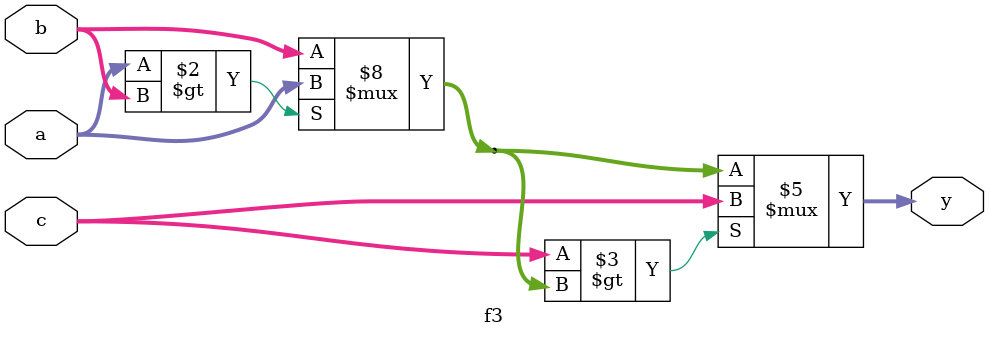
<source format=sv>
`timescale 1ns / 1ps


module f3(
input logic [7:0] a, b, c,
    output logic [7:0] y
);

always_comb begin
    if (a > b) y = a;
    else y = b;
    if (c > y) y = c;
end

endmodule: f3



</source>
